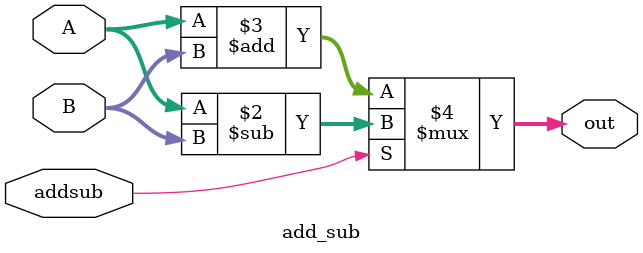
<source format=v>
module add_sub(A, B, addsub, out);
	input [15:0] A;
	input [15:0] B;
	input addsub;
	output reg [15:0] out;
	
	always @*
		out = addsub ? A-B : A+B;
endmodule

</source>
